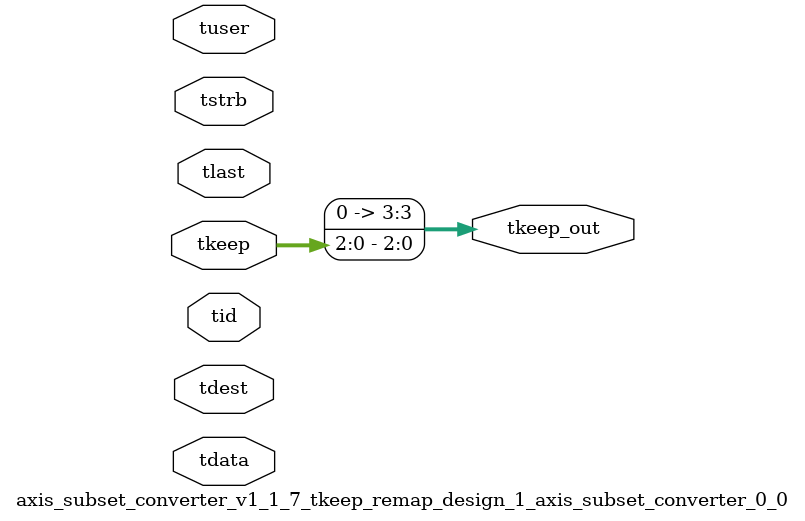
<source format=v>


`timescale 1ps/1ps

module axis_subset_converter_v1_1_7_tkeep_remap_design_1_axis_subset_converter_0_0 #
(
parameter C_S_AXIS_TDATA_WIDTH = 32,
parameter C_S_AXIS_TUSER_WIDTH = 0,
parameter C_S_AXIS_TID_WIDTH   = 0,
parameter C_S_AXIS_TDEST_WIDTH = 0,
parameter C_M_AXIS_TDATA_WIDTH = 32
)
(
input  [(C_S_AXIS_TDATA_WIDTH == 0 ? 1 : C_S_AXIS_TDATA_WIDTH)-1:0     ] tdata,
input  [(C_S_AXIS_TUSER_WIDTH == 0 ? 1 : C_S_AXIS_TUSER_WIDTH)-1:0     ] tuser,
input  [(C_S_AXIS_TID_WIDTH   == 0 ? 1 : C_S_AXIS_TID_WIDTH)-1:0       ] tid,
input  [(C_S_AXIS_TDEST_WIDTH == 0 ? 1 : C_S_AXIS_TDEST_WIDTH)-1:0     ] tdest,
input  [(C_S_AXIS_TDATA_WIDTH/8)-1:0 ] tkeep,
input  [(C_S_AXIS_TDATA_WIDTH/8)-1:0 ] tstrb,
input                                                                    tlast,
output [(C_M_AXIS_TDATA_WIDTH/8)-1:0 ] tkeep_out
);

assign tkeep_out = {tkeep[2:0]};

endmodule


</source>
